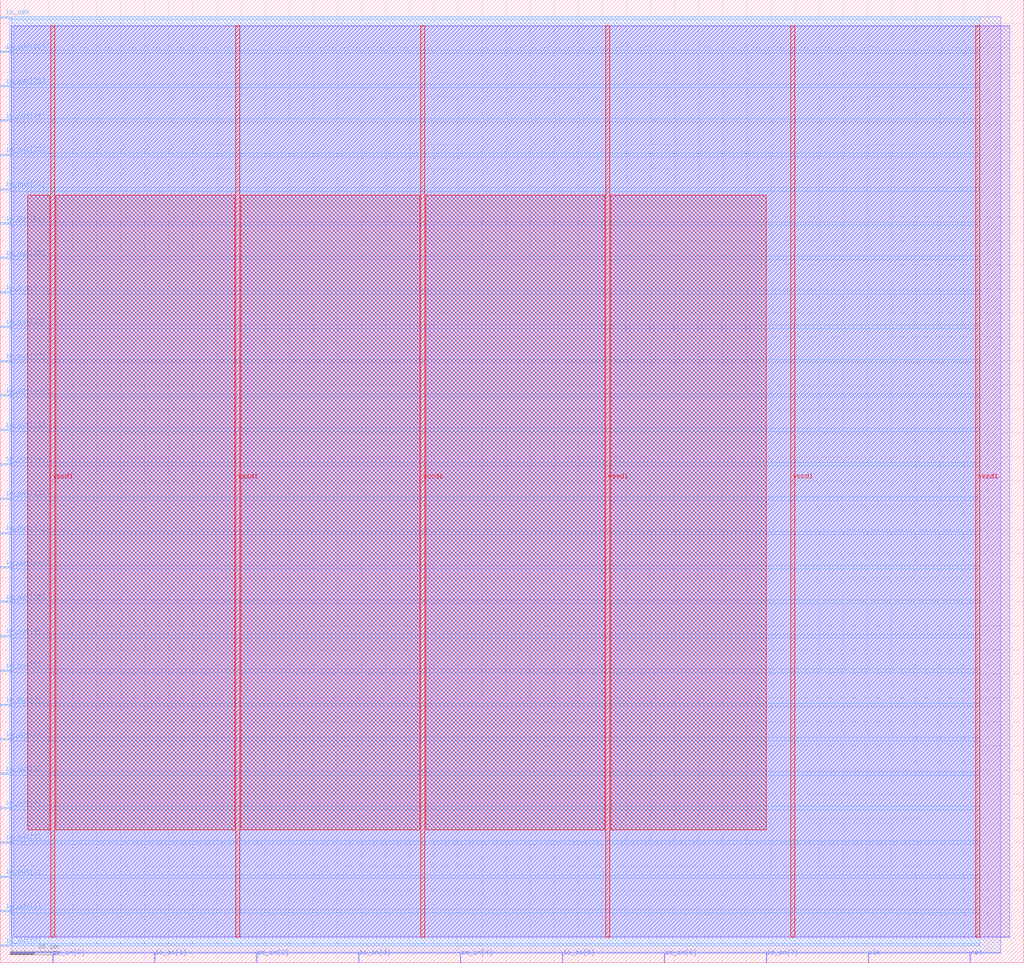
<source format=lef>
VERSION 5.7 ;
  NOWIREEXTENSIONATPIN ON ;
  DIVIDERCHAR "/" ;
  BUSBITCHARS "[]" ;
MACRO wrapped_as2650
  CLASS BLOCK ;
  FOREIGN wrapped_as2650 ;
  ORIGIN 0.000 0.000 ;
  SIZE 425.000 BY 400.000 ;
  PIN clk
    DIRECTION INPUT ;
    USE SIGNAL ;
    PORT
      LAYER met2 ;
        RECT 360.270 0.000 360.550 4.000 ;
    END
  END clk
  PIN io_in[0]
    DIRECTION INPUT ;
    USE SIGNAL ;
    PORT
      LAYER met2 ;
        RECT 21.710 0.000 21.990 4.000 ;
    END
  END io_in[0]
  PIN io_in[1]
    DIRECTION INPUT ;
    USE SIGNAL ;
    PORT
      LAYER met2 ;
        RECT 64.030 0.000 64.310 4.000 ;
    END
  END io_in[1]
  PIN io_in[2]
    DIRECTION INPUT ;
    USE SIGNAL ;
    PORT
      LAYER met2 ;
        RECT 106.350 0.000 106.630 4.000 ;
    END
  END io_in[2]
  PIN io_in[3]
    DIRECTION INPUT ;
    USE SIGNAL ;
    PORT
      LAYER met2 ;
        RECT 148.670 0.000 148.950 4.000 ;
    END
  END io_in[3]
  PIN io_in[4]
    DIRECTION INPUT ;
    USE SIGNAL ;
    PORT
      LAYER met2 ;
        RECT 190.990 0.000 191.270 4.000 ;
    END
  END io_in[4]
  PIN io_in[5]
    DIRECTION INPUT ;
    USE SIGNAL ;
    PORT
      LAYER met2 ;
        RECT 233.310 0.000 233.590 4.000 ;
    END
  END io_in[5]
  PIN io_in[6]
    DIRECTION INPUT ;
    USE SIGNAL ;
    PORT
      LAYER met2 ;
        RECT 275.630 0.000 275.910 4.000 ;
    END
  END io_in[6]
  PIN io_in[7]
    DIRECTION INPUT ;
    USE SIGNAL ;
    PORT
      LAYER met2 ;
        RECT 317.950 0.000 318.230 4.000 ;
    END
  END io_in[7]
  PIN io_oeb
    DIRECTION OUTPUT TRISTATE ;
    USE SIGNAL ;
    PORT
      LAYER met3 ;
        RECT 0.000 392.400 4.000 393.000 ;
    END
  END io_oeb
  PIN io_out[0]
    DIRECTION OUTPUT TRISTATE ;
    USE SIGNAL ;
    PORT
      LAYER met3 ;
        RECT 0.000 6.840 4.000 7.440 ;
    END
  END io_out[0]
  PIN io_out[10]
    DIRECTION OUTPUT TRISTATE ;
    USE SIGNAL ;
    PORT
      LAYER met3 ;
        RECT 0.000 149.640 4.000 150.240 ;
    END
  END io_out[10]
  PIN io_out[11]
    DIRECTION OUTPUT TRISTATE ;
    USE SIGNAL ;
    PORT
      LAYER met3 ;
        RECT 0.000 163.920 4.000 164.520 ;
    END
  END io_out[11]
  PIN io_out[12]
    DIRECTION OUTPUT TRISTATE ;
    USE SIGNAL ;
    PORT
      LAYER met3 ;
        RECT 0.000 178.200 4.000 178.800 ;
    END
  END io_out[12]
  PIN io_out[13]
    DIRECTION OUTPUT TRISTATE ;
    USE SIGNAL ;
    PORT
      LAYER met3 ;
        RECT 0.000 192.480 4.000 193.080 ;
    END
  END io_out[13]
  PIN io_out[14]
    DIRECTION OUTPUT TRISTATE ;
    USE SIGNAL ;
    PORT
      LAYER met3 ;
        RECT 0.000 206.760 4.000 207.360 ;
    END
  END io_out[14]
  PIN io_out[15]
    DIRECTION OUTPUT TRISTATE ;
    USE SIGNAL ;
    PORT
      LAYER met3 ;
        RECT 0.000 221.040 4.000 221.640 ;
    END
  END io_out[15]
  PIN io_out[16]
    DIRECTION OUTPUT TRISTATE ;
    USE SIGNAL ;
    PORT
      LAYER met3 ;
        RECT 0.000 235.320 4.000 235.920 ;
    END
  END io_out[16]
  PIN io_out[17]
    DIRECTION OUTPUT TRISTATE ;
    USE SIGNAL ;
    PORT
      LAYER met3 ;
        RECT 0.000 249.600 4.000 250.200 ;
    END
  END io_out[17]
  PIN io_out[18]
    DIRECTION OUTPUT TRISTATE ;
    USE SIGNAL ;
    PORT
      LAYER met3 ;
        RECT 0.000 263.880 4.000 264.480 ;
    END
  END io_out[18]
  PIN io_out[19]
    DIRECTION OUTPUT TRISTATE ;
    USE SIGNAL ;
    PORT
      LAYER met3 ;
        RECT 0.000 278.160 4.000 278.760 ;
    END
  END io_out[19]
  PIN io_out[1]
    DIRECTION OUTPUT TRISTATE ;
    USE SIGNAL ;
    PORT
      LAYER met3 ;
        RECT 0.000 21.120 4.000 21.720 ;
    END
  END io_out[1]
  PIN io_out[20]
    DIRECTION OUTPUT TRISTATE ;
    USE SIGNAL ;
    PORT
      LAYER met3 ;
        RECT 0.000 292.440 4.000 293.040 ;
    END
  END io_out[20]
  PIN io_out[21]
    DIRECTION OUTPUT TRISTATE ;
    USE SIGNAL ;
    PORT
      LAYER met3 ;
        RECT 0.000 306.720 4.000 307.320 ;
    END
  END io_out[21]
  PIN io_out[22]
    DIRECTION OUTPUT TRISTATE ;
    USE SIGNAL ;
    PORT
      LAYER met3 ;
        RECT 0.000 321.000 4.000 321.600 ;
    END
  END io_out[22]
  PIN io_out[23]
    DIRECTION OUTPUT TRISTATE ;
    USE SIGNAL ;
    PORT
      LAYER met3 ;
        RECT 0.000 335.280 4.000 335.880 ;
    END
  END io_out[23]
  PIN io_out[24]
    DIRECTION OUTPUT TRISTATE ;
    USE SIGNAL ;
    PORT
      LAYER met3 ;
        RECT 0.000 349.560 4.000 350.160 ;
    END
  END io_out[24]
  PIN io_out[25]
    DIRECTION OUTPUT TRISTATE ;
    USE SIGNAL ;
    PORT
      LAYER met3 ;
        RECT 0.000 363.840 4.000 364.440 ;
    END
  END io_out[25]
  PIN io_out[26]
    DIRECTION OUTPUT TRISTATE ;
    USE SIGNAL ;
    PORT
      LAYER met3 ;
        RECT 0.000 378.120 4.000 378.720 ;
    END
  END io_out[26]
  PIN io_out[2]
    DIRECTION OUTPUT TRISTATE ;
    USE SIGNAL ;
    PORT
      LAYER met3 ;
        RECT 0.000 35.400 4.000 36.000 ;
    END
  END io_out[2]
  PIN io_out[3]
    DIRECTION OUTPUT TRISTATE ;
    USE SIGNAL ;
    PORT
      LAYER met3 ;
        RECT 0.000 49.680 4.000 50.280 ;
    END
  END io_out[3]
  PIN io_out[4]
    DIRECTION OUTPUT TRISTATE ;
    USE SIGNAL ;
    PORT
      LAYER met3 ;
        RECT 0.000 63.960 4.000 64.560 ;
    END
  END io_out[4]
  PIN io_out[5]
    DIRECTION OUTPUT TRISTATE ;
    USE SIGNAL ;
    PORT
      LAYER met3 ;
        RECT 0.000 78.240 4.000 78.840 ;
    END
  END io_out[5]
  PIN io_out[6]
    DIRECTION OUTPUT TRISTATE ;
    USE SIGNAL ;
    PORT
      LAYER met3 ;
        RECT 0.000 92.520 4.000 93.120 ;
    END
  END io_out[6]
  PIN io_out[7]
    DIRECTION OUTPUT TRISTATE ;
    USE SIGNAL ;
    PORT
      LAYER met3 ;
        RECT 0.000 106.800 4.000 107.400 ;
    END
  END io_out[7]
  PIN io_out[8]
    DIRECTION OUTPUT TRISTATE ;
    USE SIGNAL ;
    PORT
      LAYER met3 ;
        RECT 0.000 121.080 4.000 121.680 ;
    END
  END io_out[8]
  PIN io_out[9]
    DIRECTION OUTPUT TRISTATE ;
    USE SIGNAL ;
    PORT
      LAYER met3 ;
        RECT 0.000 135.360 4.000 135.960 ;
    END
  END io_out[9]
  PIN rst
    DIRECTION INPUT ;
    USE SIGNAL ;
    PORT
      LAYER met2 ;
        RECT 402.590 0.000 402.870 4.000 ;
    END
  END rst
  PIN vccd1
    DIRECTION INOUT ;
    USE POWER ;
    PORT
      LAYER met4 ;
        RECT 21.040 10.640 22.640 389.200 ;
    END
    PORT
      LAYER met4 ;
        RECT 174.640 10.640 176.240 389.200 ;
    END
    PORT
      LAYER met4 ;
        RECT 328.240 10.640 329.840 389.200 ;
    END
  END vccd1
  PIN vssd1
    DIRECTION INOUT ;
    USE GROUND ;
    PORT
      LAYER met4 ;
        RECT 97.840 10.640 99.440 389.200 ;
    END
    PORT
      LAYER met4 ;
        RECT 251.440 10.640 253.040 389.200 ;
    END
    PORT
      LAYER met4 ;
        RECT 405.040 10.640 406.640 389.200 ;
    END
  END vssd1
  OBS
      LAYER li1 ;
        RECT 5.520 10.795 419.060 389.045 ;
      LAYER met1 ;
        RECT 4.670 10.640 419.060 389.200 ;
      LAYER met2 ;
        RECT 4.690 4.280 415.280 392.885 ;
        RECT 4.690 4.000 21.430 4.280 ;
        RECT 22.270 4.000 63.750 4.280 ;
        RECT 64.590 4.000 106.070 4.280 ;
        RECT 106.910 4.000 148.390 4.280 ;
        RECT 149.230 4.000 190.710 4.280 ;
        RECT 191.550 4.000 233.030 4.280 ;
        RECT 233.870 4.000 275.350 4.280 ;
        RECT 276.190 4.000 317.670 4.280 ;
        RECT 318.510 4.000 359.990 4.280 ;
        RECT 360.830 4.000 402.310 4.280 ;
        RECT 403.150 4.000 415.280 4.280 ;
      LAYER met3 ;
        RECT 4.400 392.000 406.630 392.865 ;
        RECT 4.000 379.120 406.630 392.000 ;
        RECT 4.400 377.720 406.630 379.120 ;
        RECT 4.000 364.840 406.630 377.720 ;
        RECT 4.400 363.440 406.630 364.840 ;
        RECT 4.000 350.560 406.630 363.440 ;
        RECT 4.400 349.160 406.630 350.560 ;
        RECT 4.000 336.280 406.630 349.160 ;
        RECT 4.400 334.880 406.630 336.280 ;
        RECT 4.000 322.000 406.630 334.880 ;
        RECT 4.400 320.600 406.630 322.000 ;
        RECT 4.000 307.720 406.630 320.600 ;
        RECT 4.400 306.320 406.630 307.720 ;
        RECT 4.000 293.440 406.630 306.320 ;
        RECT 4.400 292.040 406.630 293.440 ;
        RECT 4.000 279.160 406.630 292.040 ;
        RECT 4.400 277.760 406.630 279.160 ;
        RECT 4.000 264.880 406.630 277.760 ;
        RECT 4.400 263.480 406.630 264.880 ;
        RECT 4.000 250.600 406.630 263.480 ;
        RECT 4.400 249.200 406.630 250.600 ;
        RECT 4.000 236.320 406.630 249.200 ;
        RECT 4.400 234.920 406.630 236.320 ;
        RECT 4.000 222.040 406.630 234.920 ;
        RECT 4.400 220.640 406.630 222.040 ;
        RECT 4.000 207.760 406.630 220.640 ;
        RECT 4.400 206.360 406.630 207.760 ;
        RECT 4.000 193.480 406.630 206.360 ;
        RECT 4.400 192.080 406.630 193.480 ;
        RECT 4.000 179.200 406.630 192.080 ;
        RECT 4.400 177.800 406.630 179.200 ;
        RECT 4.000 164.920 406.630 177.800 ;
        RECT 4.400 163.520 406.630 164.920 ;
        RECT 4.000 150.640 406.630 163.520 ;
        RECT 4.400 149.240 406.630 150.640 ;
        RECT 4.000 136.360 406.630 149.240 ;
        RECT 4.400 134.960 406.630 136.360 ;
        RECT 4.000 122.080 406.630 134.960 ;
        RECT 4.400 120.680 406.630 122.080 ;
        RECT 4.000 107.800 406.630 120.680 ;
        RECT 4.400 106.400 406.630 107.800 ;
        RECT 4.000 93.520 406.630 106.400 ;
        RECT 4.400 92.120 406.630 93.520 ;
        RECT 4.000 79.240 406.630 92.120 ;
        RECT 4.400 77.840 406.630 79.240 ;
        RECT 4.000 64.960 406.630 77.840 ;
        RECT 4.400 63.560 406.630 64.960 ;
        RECT 4.000 50.680 406.630 63.560 ;
        RECT 4.400 49.280 406.630 50.680 ;
        RECT 4.000 36.400 406.630 49.280 ;
        RECT 4.400 35.000 406.630 36.400 ;
        RECT 4.000 22.120 406.630 35.000 ;
        RECT 4.400 20.720 406.630 22.120 ;
        RECT 4.000 7.840 406.630 20.720 ;
        RECT 4.400 6.975 406.630 7.840 ;
      LAYER met4 ;
        RECT 11.335 55.255 20.640 318.745 ;
        RECT 23.040 55.255 97.440 318.745 ;
        RECT 99.840 55.255 174.240 318.745 ;
        RECT 176.640 55.255 251.040 318.745 ;
        RECT 253.440 55.255 318.025 318.745 ;
  END
END wrapped_as2650
END LIBRARY


</source>
